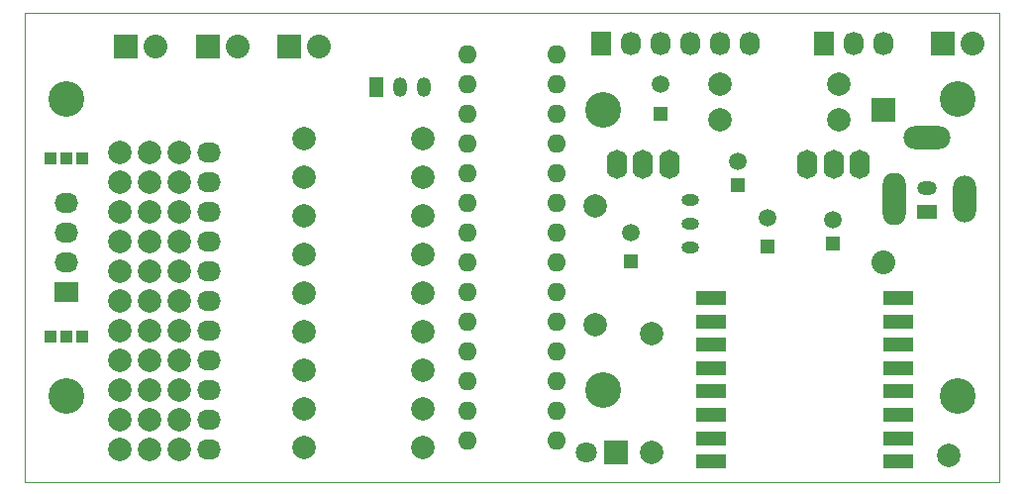
<source format=gbr>
G04 #@! TF.FileFunction,Soldermask,Top*
%FSLAX46Y46*%
G04 Gerber Fmt 4.6, Leading zero omitted, Abs format (unit mm)*
G04 Created by KiCad (PCBNEW 4.0.5+dfsg1-4~bpo8+1) date Wed Apr 26 23:39:42 2017*
%MOMM*%
%LPD*%
G01*
G04 APERTURE LIST*
%ADD10C,0.100000*%
%ADD11R,2.032000X1.727200*%
%ADD12O,2.032000X1.727200*%
%ADD13R,1.000000X1.000000*%
%ADD14R,1.727200X2.032000*%
%ADD15O,1.727200X2.032000*%
%ADD16R,1.699260X1.198880*%
%ADD17O,1.699260X1.198880*%
%ADD18O,4.000500X1.998980*%
%ADD19O,1.998980X4.000500*%
%ADD20O,1.998980X4.500880*%
%ADD21R,1.198880X1.699260*%
%ADD22O,1.198880X1.699260*%
%ADD23R,2.032000X2.032000*%
%ADD24O,2.032000X2.032000*%
%ADD25R,2.500000X1.200000*%
%ADD26R,2.000000X2.000000*%
%ADD27C,1.800000*%
%ADD28R,1.300000X1.300000*%
%ADD29C,1.500000*%
%ADD30O,1.500000X1.000000*%
%ADD31C,1.998980*%
%ADD32C,2.000000*%
%ADD33C,3.048000*%
%ADD34O,1.747520X2.499360*%
%ADD35O,1.600000X1.600000*%
G04 APERTURE END LIST*
D10*
X219456000Y-140716000D02*
X136144000Y-140716000D01*
X219456000Y-100584000D02*
X219456000Y-140716000D01*
X136144000Y-100584000D02*
X219456000Y-100584000D01*
X136144000Y-140716000D02*
X136144000Y-100584000D01*
D11*
X139700000Y-124460000D03*
D12*
X139700000Y-121920000D03*
X139700000Y-119380000D03*
X139700000Y-116840000D03*
D13*
X141050000Y-113030000D03*
X138350000Y-113030000D03*
X139700000Y-113030000D03*
D14*
X204470000Y-103251000D03*
D15*
X207010000Y-103251000D03*
X209550000Y-103251000D03*
D16*
X213233000Y-117602000D03*
D17*
X213233000Y-115600480D03*
D18*
X213233000Y-111252000D03*
D19*
X216484200Y-116552980D03*
D20*
X210482180Y-116552980D03*
D21*
X166149020Y-106934000D03*
D22*
X168181020Y-106934000D03*
X170213020Y-106934000D03*
D23*
X209550000Y-108920000D03*
D24*
X209550000Y-121920000D03*
D25*
X194820000Y-125000000D03*
X194820000Y-127000000D03*
X194820000Y-129000000D03*
X194820000Y-131000000D03*
X194820000Y-133000000D03*
X194820000Y-135000000D03*
X194820000Y-137000000D03*
X194820000Y-139000000D03*
X210820000Y-139000000D03*
X210820000Y-137000000D03*
X210820000Y-135000000D03*
X210820000Y-133000000D03*
X210820000Y-131000000D03*
X210820000Y-129000000D03*
X210820000Y-127000000D03*
X210820000Y-125000000D03*
D26*
X186690000Y-138176000D03*
D27*
X184150000Y-138176000D03*
D28*
X205232000Y-120364000D03*
D29*
X205232000Y-118332000D03*
D28*
X199644000Y-120610000D03*
D29*
X199644000Y-118110000D03*
D30*
X193040000Y-118618000D03*
X193040000Y-120650000D03*
X193040000Y-116586000D03*
D31*
X170180000Y-124587000D03*
X160020000Y-124587000D03*
D32*
X149352000Y-115062000D03*
X144272000Y-112539629D03*
X146812000Y-112522000D03*
X149352000Y-112522000D03*
D12*
X151892000Y-115062000D03*
X151892000Y-117602000D03*
X151892000Y-120142000D03*
X151892000Y-122682000D03*
X151892000Y-125222000D03*
X151892000Y-127762000D03*
X151892000Y-130302000D03*
X151892000Y-132842000D03*
X151892000Y-137922000D03*
X151892000Y-135382000D03*
X151892000Y-112522000D03*
D32*
X146812000Y-115062000D03*
X144272000Y-115062000D03*
X146812000Y-117602000D03*
X144272000Y-117602000D03*
X149352000Y-120159629D03*
X149352000Y-122699629D03*
X149352000Y-125239629D03*
X149352000Y-117602000D03*
X146812000Y-122682000D03*
X146812000Y-120142000D03*
X144272000Y-125222000D03*
X146812000Y-125222000D03*
X144272000Y-120142000D03*
X144272000Y-122682000D03*
X146812000Y-132859629D03*
X146812000Y-137939629D03*
X144272000Y-135399629D03*
X144272000Y-132859629D03*
X144272000Y-137939629D03*
X146812000Y-135399629D03*
X144272000Y-127762000D03*
X144272000Y-130302000D03*
X146812000Y-127762000D03*
X149352000Y-130319629D03*
X146812000Y-130319629D03*
X149352000Y-127779629D03*
X149352000Y-132859629D03*
X149352000Y-137939629D03*
X149352000Y-135399629D03*
D33*
X139700000Y-133350000D03*
X139700000Y-107950000D03*
X215900000Y-107950000D03*
X215900000Y-133350000D03*
X185547000Y-132905500D03*
X185534300Y-108915200D03*
D31*
X160020000Y-121285000D03*
X170180000Y-121285000D03*
X160020000Y-117983000D03*
X170180000Y-117983000D03*
X160020000Y-131191000D03*
X170180000Y-131191000D03*
X160020000Y-127889000D03*
X170180000Y-127889000D03*
X160020000Y-137795000D03*
X170180000Y-137795000D03*
X160020000Y-134493000D03*
X170180000Y-134493000D03*
X205740000Y-109728000D03*
X195580000Y-109728000D03*
X160020000Y-111379000D03*
X170180000Y-111379000D03*
X160020000Y-114681000D03*
X170180000Y-114681000D03*
D23*
X158750000Y-103505000D03*
D24*
X161290000Y-103505000D03*
D23*
X151765000Y-103505000D03*
D24*
X154305000Y-103505000D03*
D23*
X144780000Y-103505000D03*
D24*
X147320000Y-103505000D03*
D31*
X189738000Y-128016000D03*
X189738000Y-138176000D03*
X184912000Y-117094000D03*
X184912000Y-127254000D03*
X205740000Y-106680000D03*
X195580000Y-106680000D03*
D14*
X185420000Y-103251000D03*
D15*
X187960000Y-103251000D03*
X190500000Y-103251000D03*
X193040000Y-103251000D03*
X195580000Y-103251000D03*
X198120000Y-103251000D03*
D32*
X215138000Y-138430000D03*
D34*
X186728100Y-113538000D03*
X188976000Y-113538000D03*
X191223900Y-113538000D03*
X203022200Y-113538000D03*
X205270100Y-113538000D03*
X207518000Y-113538000D03*
D35*
X173990000Y-104140000D03*
X173990000Y-106680000D03*
X173990000Y-109220000D03*
X173990000Y-111760000D03*
X173990000Y-114300000D03*
X173990000Y-116840000D03*
X173990000Y-119380000D03*
X173990000Y-121920000D03*
X173990000Y-124460000D03*
X173990000Y-127000000D03*
X173990000Y-129540000D03*
X173990000Y-132080000D03*
X173990000Y-134620000D03*
X173990000Y-137160000D03*
X181610000Y-137160000D03*
X181610000Y-134620000D03*
X181610000Y-132080000D03*
X181610000Y-129540000D03*
X181610000Y-127000000D03*
X181610000Y-124460000D03*
X181610000Y-121920000D03*
X181610000Y-119380000D03*
X181610000Y-116840000D03*
X181610000Y-114300000D03*
X181610000Y-111760000D03*
X181610000Y-109220000D03*
X181610000Y-106680000D03*
X181610000Y-104140000D03*
D28*
X187960000Y-121880000D03*
D29*
X187960000Y-119380000D03*
D28*
X190500000Y-109220000D03*
D29*
X190500000Y-106720000D03*
D28*
X197104000Y-115316000D03*
D29*
X197104000Y-113284000D03*
D13*
X141050000Y-128270000D03*
X138350000Y-128270000D03*
X139700000Y-128270000D03*
D23*
X214630000Y-103251000D03*
D24*
X217170000Y-103251000D03*
M02*

</source>
